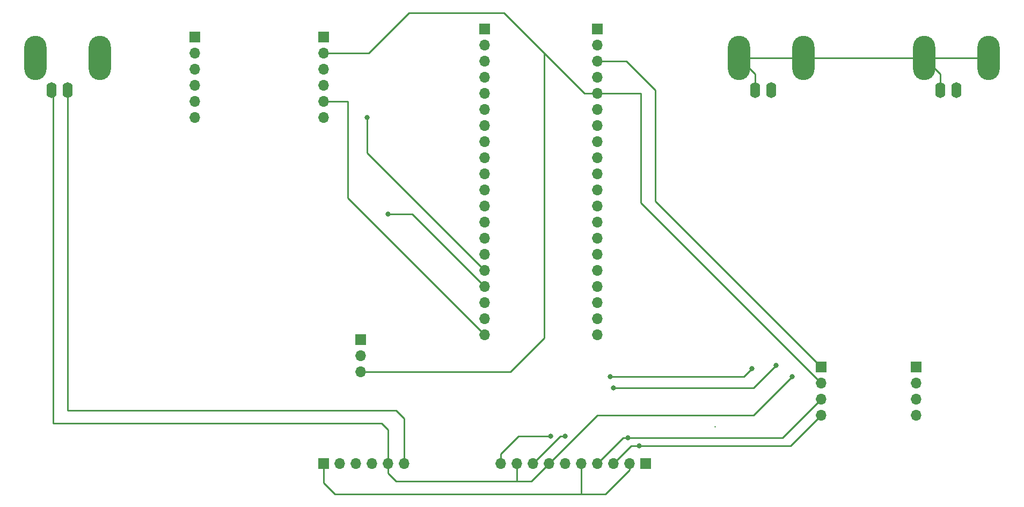
<source format=gbr>
%TF.GenerationSoftware,KiCad,Pcbnew,(5.1.10)-1*%
%TF.CreationDate,2021-07-12T13:18:25-04:00*%
%TF.ProjectId,PID-controller-pcb,5049442d-636f-46e7-9472-6f6c6c65722d,rev?*%
%TF.SameCoordinates,Original*%
%TF.FileFunction,Copper,L2,Bot*%
%TF.FilePolarity,Positive*%
%FSLAX46Y46*%
G04 Gerber Fmt 4.6, Leading zero omitted, Abs format (unit mm)*
G04 Created by KiCad (PCBNEW (5.1.10)-1) date 2021-07-12 13:18:25*
%MOMM*%
%LPD*%
G01*
G04 APERTURE LIST*
%TA.AperFunction,ComponentPad*%
%ADD10O,1.700000X1.700000*%
%TD*%
%TA.AperFunction,ComponentPad*%
%ADD11R,1.700000X1.700000*%
%TD*%
%TA.AperFunction,ComponentPad*%
%ADD12O,3.500000X7.000000*%
%TD*%
%TA.AperFunction,ComponentPad*%
%ADD13O,1.600000X2.500000*%
%TD*%
%TA.AperFunction,ViaPad*%
%ADD14C,0.800000*%
%TD*%
%TA.AperFunction,Conductor*%
%ADD15C,0.250000*%
%TD*%
G04 APERTURE END LIST*
D10*
%TO.P,I2C Breakout,4*%
%TO.N,N/C*%
X249682000Y-110490000D03*
%TO.P,I2C Breakout,3*%
X249682000Y-107950000D03*
%TO.P,I2C Breakout,2*%
X249682000Y-105410000D03*
D11*
%TO.P,I2C Breakout,1*%
X249682000Y-102870000D03*
%TD*%
D12*
%TO.P,ThermInBNC,2*%
%TO.N,N/C*%
X250952000Y-54102000D03*
X261112000Y-54102000D03*
D13*
%TO.P,ThermInBNC,1*%
X256032000Y-59182000D03*
%TO.P,ThermInBNC,2*%
X253492000Y-59182000D03*
%TD*%
D10*
%TO.P,SW1,3*%
%TO.N,N/C*%
X162052000Y-103632000D03*
%TO.P,SW1,2*%
X162052000Y-101092000D03*
D11*
%TO.P,SW1,1*%
X162052000Y-98552000D03*
%TD*%
D12*
%TO.P,CurrInBNC,2*%
%TO.N,N/C*%
X221742000Y-54102000D03*
X231902000Y-54102000D03*
D13*
%TO.P,CurrInBNC,1*%
X226822000Y-59182000D03*
%TO.P,CurrInBNC,2*%
X224282000Y-59182000D03*
%TD*%
%TO.P,CurrOutBNC,2*%
%TO.N,N/C*%
X113284000Y-59182000D03*
%TO.P,CurrOutBNC,1*%
X115824000Y-59182000D03*
D12*
%TO.P,CurrOutBNC,2*%
X120904000Y-54102000D03*
X110744000Y-54102000D03*
%TD*%
D10*
%TO.P,QWIIK LCD,4*%
%TO.N,N/C*%
X234696000Y-110490000D03*
%TO.P,QWIIK LCD,3*%
X234696000Y-107950000D03*
%TO.P,QWIIK LCD,2*%
X234696000Y-105410000D03*
D11*
%TO.P,QWIIK LCD,1*%
X234696000Y-102870000D03*
%TD*%
D10*
%TO.P,Pico2,20*%
%TO.N,N/C*%
X199390000Y-97790000D03*
%TO.P,Pico2,19*%
X199390000Y-95250000D03*
%TO.P,Pico2,18*%
X199390000Y-92710000D03*
%TO.P,Pico2,17*%
X199390000Y-90170000D03*
%TO.P,Pico2,16*%
X199390000Y-87630000D03*
%TO.P,Pico2,15*%
X199390000Y-85090000D03*
%TO.P,Pico2,14*%
X199390000Y-82550000D03*
%TO.P,Pico2,13*%
X199390000Y-80010000D03*
%TO.P,Pico2,12*%
X199390000Y-77470000D03*
%TO.P,Pico2,11*%
X199390000Y-74930000D03*
%TO.P,Pico2,10*%
X199390000Y-72390000D03*
%TO.P,Pico2,9*%
X199390000Y-69850000D03*
%TO.P,Pico2,8*%
X199390000Y-67310000D03*
%TO.P,Pico2,7*%
X199390000Y-64770000D03*
%TO.P,Pico2,6*%
X199390000Y-62230000D03*
%TO.P,Pico2,5*%
X199390000Y-59690000D03*
%TO.P,Pico2,4*%
X199390000Y-57150000D03*
%TO.P,Pico2,3*%
X199390000Y-54610000D03*
%TO.P,Pico2,2*%
X199390000Y-52070000D03*
D11*
%TO.P,Pico2,1*%
X199390000Y-49530000D03*
%TD*%
D10*
%TO.P,Pico1,20*%
%TO.N,N/C*%
X181610000Y-97790000D03*
%TO.P,Pico1,19*%
X181610000Y-95250000D03*
%TO.P,Pico1,18*%
X181610000Y-92710000D03*
%TO.P,Pico1,17*%
X181610000Y-90170000D03*
%TO.P,Pico1,16*%
X181610000Y-87630000D03*
%TO.P,Pico1,15*%
X181610000Y-85090000D03*
%TO.P,Pico1,14*%
X181610000Y-82550000D03*
%TO.P,Pico1,13*%
X181610000Y-80010000D03*
%TO.P,Pico1,12*%
X181610000Y-77470000D03*
%TO.P,Pico1,11*%
X181610000Y-74930000D03*
%TO.P,Pico1,10*%
X181610000Y-72390000D03*
%TO.P,Pico1,9*%
X181610000Y-69850000D03*
%TO.P,Pico1,8*%
X181610000Y-67310000D03*
%TO.P,Pico1,7*%
X181610000Y-64770000D03*
%TO.P,Pico1,6*%
X181610000Y-62230000D03*
%TO.P,Pico1,5*%
X181610000Y-59690000D03*
%TO.P,Pico1,4*%
X181610000Y-57150000D03*
%TO.P,Pico1,3*%
X181610000Y-54610000D03*
%TO.P,Pico1,2*%
X181610000Y-52070000D03*
D11*
%TO.P,Pico1,1*%
X181610000Y-49530000D03*
%TD*%
D10*
%TO.P,ETH2,6*%
%TO.N,N/C*%
X156210000Y-63500000D03*
%TO.P,ETH2,5*%
X156210000Y-60960000D03*
%TO.P,ETH2,4*%
X156210000Y-58420000D03*
%TO.P,ETH2,3*%
X156210000Y-55880000D03*
%TO.P,ETH2,2*%
X156210000Y-53340000D03*
D11*
%TO.P,ETH2,1*%
X156210000Y-50800000D03*
%TD*%
D10*
%TO.P,ETH1,6*%
%TO.N,N/C*%
X135890000Y-63500000D03*
%TO.P,ETH1,5*%
X135890000Y-60960000D03*
%TO.P,ETH1,4*%
X135890000Y-58420000D03*
%TO.P,ETH1,3*%
X135890000Y-55880000D03*
%TO.P,ETH1,2*%
X135890000Y-53340000D03*
D11*
%TO.P,ETH1,1*%
X135890000Y-50800000D03*
%TD*%
D10*
%TO.P,ADS,10*%
%TO.N,N/C*%
X184150000Y-118110000D03*
%TO.P,ADS,9*%
X186690000Y-118110000D03*
%TO.P,ADS,8*%
X189230000Y-118110000D03*
%TO.P,ADS,7*%
X191770000Y-118110000D03*
%TO.P,ADS,6*%
X194310000Y-118110000D03*
%TO.P,ADS,5*%
X196850000Y-118110000D03*
%TO.P,ADS,4*%
X199390000Y-118110000D03*
%TO.P,ADS,3*%
X201930000Y-118110000D03*
%TO.P,ADS,2*%
X204470000Y-118110000D03*
D11*
%TO.P,ADS,1*%
X207010000Y-118110000D03*
%TD*%
D10*
%TO.P,DAC,6*%
%TO.N,N/C*%
X168910000Y-118110000D03*
%TO.P,DAC,5*%
X166370000Y-118110000D03*
%TO.P,DAC,4*%
X163830000Y-118110000D03*
%TO.P,DAC,3*%
X161290000Y-118110000D03*
%TO.P,DAC,2*%
X158750000Y-118110000D03*
D11*
%TO.P,DAC,1*%
X156210000Y-118110000D03*
%TD*%
D14*
%TO.N,*%
X166370000Y-78740000D03*
X163068000Y-63500000D03*
X194310000Y-113792000D03*
X201930000Y-106172000D03*
X227584000Y-102616000D03*
X192024000Y-113792000D03*
X201422000Y-104394000D03*
X223774000Y-103124000D03*
X204216000Y-114046000D03*
X205994000Y-115316000D03*
X230124000Y-104394000D03*
%TD*%
D15*
%TO.N,*%
X160020000Y-76200000D02*
X181610000Y-97790000D01*
X160020000Y-60960000D02*
X160020000Y-76200000D01*
X163068000Y-69088000D02*
X181610000Y-87630000D01*
X163068000Y-63500000D02*
X163068000Y-69088000D01*
X170180000Y-78740000D02*
X181610000Y-90170000D01*
X166370000Y-78740000D02*
X170180000Y-78740000D01*
X156210000Y-60960000D02*
X160020000Y-60960000D01*
X206248000Y-76962000D02*
X234696000Y-105410000D01*
X206248000Y-59690000D02*
X206248000Y-76962000D01*
X199390000Y-54610000D02*
X203962000Y-54610000D01*
X203962000Y-54610000D02*
X208534000Y-59182000D01*
X208534000Y-76708000D02*
X234696000Y-102870000D01*
X208534000Y-59182000D02*
X208534000Y-76708000D01*
X156210000Y-118110000D02*
X156210000Y-121158000D01*
X156210000Y-121158000D02*
X157988000Y-122936000D01*
X204470000Y-119126000D02*
X204470000Y-118110000D01*
X200660000Y-122936000D02*
X204470000Y-119126000D01*
X157988000Y-122936000D02*
X166370000Y-122936000D01*
X217932000Y-112268000D02*
X217932000Y-112268000D01*
X229870000Y-115316000D02*
X234696000Y-110490000D01*
X204724000Y-115316000D02*
X229870000Y-115316000D01*
X201930000Y-118110000D02*
X204724000Y-115316000D01*
X199390000Y-118110000D02*
X203454000Y-114046000D01*
X228600000Y-114046000D02*
X234696000Y-107950000D01*
X203454000Y-114046000D02*
X205486000Y-114046000D01*
X196850000Y-118110000D02*
X196850000Y-122936000D01*
X196850000Y-122936000D02*
X200660000Y-122936000D01*
X166370000Y-122936000D02*
X196850000Y-122936000D01*
X194310000Y-113792000D02*
X194310000Y-113792000D01*
X227584000Y-102616000D02*
X227584000Y-102616000D01*
X184150000Y-118110000D02*
X184150000Y-116586000D01*
X184150000Y-116586000D02*
X186944000Y-113792000D01*
X186944000Y-113792000D02*
X192024000Y-113792000D01*
X192024000Y-113792000D02*
X192024000Y-113792000D01*
X201422000Y-104394000D02*
X222504000Y-104394000D01*
X222504000Y-104394000D02*
X223774000Y-103124000D01*
X223774000Y-103124000D02*
X223774000Y-103124000D01*
X205486000Y-114046000D02*
X205994000Y-114046000D01*
X205994000Y-114046000D02*
X228600000Y-114046000D01*
X199390000Y-59690000D02*
X206248000Y-59690000D01*
X199390000Y-59690000D02*
X197358000Y-59690000D01*
X197358000Y-59690000D02*
X184658000Y-46990000D01*
X184658000Y-46990000D02*
X169672000Y-46990000D01*
X163322000Y-53340000D02*
X156210000Y-53340000D01*
X169672000Y-46990000D02*
X163322000Y-53340000D01*
X191008000Y-53340000D02*
X191008000Y-98298000D01*
X191008000Y-98298000D02*
X185674000Y-103632000D01*
X185674000Y-103632000D02*
X164084000Y-103632000D01*
X164084000Y-103632000D02*
X162052000Y-103632000D01*
X224028000Y-106172000D02*
X227584000Y-102616000D01*
X201930000Y-106172000D02*
X224028000Y-106172000D01*
X221742000Y-54102000D02*
X261112000Y-54102000D01*
X224282000Y-56642000D02*
X221742000Y-54102000D01*
X224282000Y-59182000D02*
X224282000Y-56642000D01*
X253492000Y-56642000D02*
X250952000Y-54102000D01*
X253492000Y-59182000D02*
X253492000Y-56642000D01*
X168910000Y-118110000D02*
X168910000Y-110998000D01*
X168910000Y-110998000D02*
X167640000Y-109728000D01*
X167640000Y-109728000D02*
X115824000Y-109728000D01*
X115824000Y-109728000D02*
X115824000Y-59182000D01*
X166370000Y-118110000D02*
X166370000Y-112776000D01*
X166370000Y-112776000D02*
X165354000Y-111760000D01*
X165354000Y-111760000D02*
X113538000Y-111760000D01*
X113538000Y-59436000D02*
X113284000Y-59182000D01*
X113538000Y-111760000D02*
X113538000Y-59436000D01*
X193548000Y-113792000D02*
X189230000Y-118110000D01*
X194310000Y-113792000D02*
X193548000Y-113792000D01*
X166370000Y-118110000D02*
X166370000Y-119634000D01*
X166370000Y-119634000D02*
X167640000Y-120904000D01*
X167640000Y-120904000D02*
X186690000Y-120904000D01*
X186690000Y-120904000D02*
X186690000Y-118110000D01*
X188976000Y-120904000D02*
X191770000Y-118110000D01*
X186690000Y-120904000D02*
X188976000Y-120904000D01*
X191770000Y-118110000D02*
X199390000Y-110490000D01*
X199390000Y-110490000D02*
X224028000Y-110490000D01*
X224028000Y-110490000D02*
X230124000Y-104394000D01*
X230124000Y-104394000D02*
X230124000Y-104394000D01*
%TD*%
M02*

</source>
